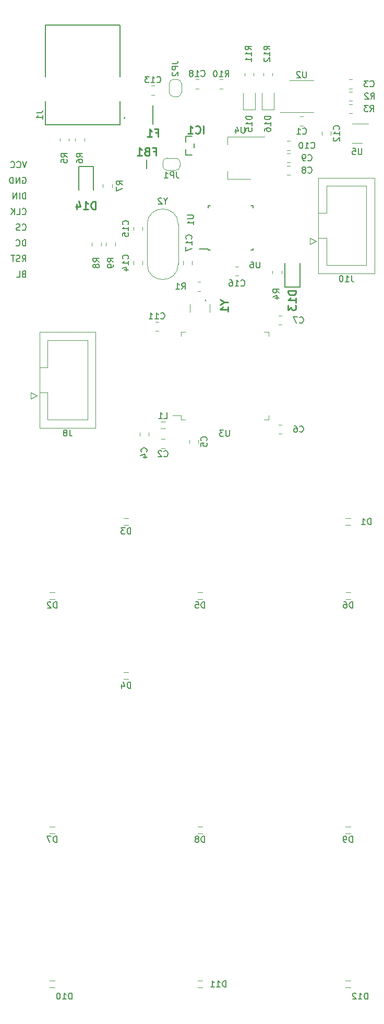
<source format=gbr>
%TF.GenerationSoftware,KiCad,Pcbnew,(6.0.8)*%
%TF.CreationDate,2022-11-03T00:29:39+01:00*%
%TF.ProjectId,crane,6372616e-652e-46b6-9963-61645f706362,rev?*%
%TF.SameCoordinates,Original*%
%TF.FileFunction,Legend,Bot*%
%TF.FilePolarity,Positive*%
%FSLAX46Y46*%
G04 Gerber Fmt 4.6, Leading zero omitted, Abs format (unit mm)*
G04 Created by KiCad (PCBNEW (6.0.8)) date 2022-11-03 00:29:39*
%MOMM*%
%LPD*%
G01*
G04 APERTURE LIST*
%ADD10C,0.150000*%
%ADD11C,0.254000*%
%ADD12C,0.200000*%
%ADD13C,0.120000*%
%ADD14C,0.152400*%
%ADD15C,0.100000*%
G04 APERTURE END LIST*
D10*
%TO.C,J1*%
X123452380Y-101666666D02*
X124166666Y-101666666D01*
X124309523Y-101619047D01*
X124404761Y-101523809D01*
X124452380Y-101380952D01*
X124452380Y-101285714D01*
X124452380Y-102666666D02*
X124452380Y-102095238D01*
X124452380Y-102380952D02*
X123452380Y-102380952D01*
X123595238Y-102285714D01*
X123690476Y-102190476D01*
X123738095Y-102095238D01*
%TO.C,U1*%
X147952380Y-118238095D02*
X148761904Y-118238095D01*
X148857142Y-118285714D01*
X148904761Y-118333333D01*
X148952380Y-118428571D01*
X148952380Y-118619047D01*
X148904761Y-118714285D01*
X148857142Y-118761904D01*
X148761904Y-118809523D01*
X147952380Y-118809523D01*
X148952380Y-119809523D02*
X148952380Y-119238095D01*
X148952380Y-119523809D02*
X147952380Y-119523809D01*
X148095238Y-119428571D01*
X148190476Y-119333333D01*
X148238095Y-119238095D01*
X121724404Y-123262380D02*
X121724404Y-122262380D01*
X121486309Y-122262380D01*
X121343452Y-122310000D01*
X121248214Y-122405238D01*
X121200595Y-122500476D01*
X121152976Y-122690952D01*
X121152976Y-122833809D01*
X121200595Y-123024285D01*
X121248214Y-123119523D01*
X121343452Y-123214761D01*
X121486309Y-123262380D01*
X121724404Y-123262380D01*
X120152976Y-123167142D02*
X120200595Y-123214761D01*
X120343452Y-123262380D01*
X120438690Y-123262380D01*
X120581547Y-123214761D01*
X120676785Y-123119523D01*
X120724404Y-123024285D01*
X120772023Y-122833809D01*
X120772023Y-122690952D01*
X120724404Y-122500476D01*
X120676785Y-122405238D01*
X120581547Y-122310000D01*
X120438690Y-122262380D01*
X120343452Y-122262380D01*
X120200595Y-122310000D01*
X120152976Y-122357619D01*
X121200595Y-112160000D02*
X121295833Y-112112380D01*
X121438690Y-112112380D01*
X121581547Y-112160000D01*
X121676785Y-112255238D01*
X121724404Y-112350476D01*
X121772023Y-112540952D01*
X121772023Y-112683809D01*
X121724404Y-112874285D01*
X121676785Y-112969523D01*
X121581547Y-113064761D01*
X121438690Y-113112380D01*
X121343452Y-113112380D01*
X121200595Y-113064761D01*
X121152976Y-113017142D01*
X121152976Y-112683809D01*
X121343452Y-112683809D01*
X120724404Y-113112380D02*
X120724404Y-112112380D01*
X120152976Y-113112380D01*
X120152976Y-112112380D01*
X119676785Y-113112380D02*
X119676785Y-112112380D01*
X119438690Y-112112380D01*
X119295833Y-112160000D01*
X119200595Y-112255238D01*
X119152976Y-112350476D01*
X119105357Y-112540952D01*
X119105357Y-112683809D01*
X119152976Y-112874285D01*
X119200595Y-112969523D01*
X119295833Y-113064761D01*
X119438690Y-113112380D01*
X119676785Y-113112380D01*
X121724404Y-115642380D02*
X121724404Y-114642380D01*
X121486309Y-114642380D01*
X121343452Y-114690000D01*
X121248214Y-114785238D01*
X121200595Y-114880476D01*
X121152976Y-115070952D01*
X121152976Y-115213809D01*
X121200595Y-115404285D01*
X121248214Y-115499523D01*
X121343452Y-115594761D01*
X121486309Y-115642380D01*
X121724404Y-115642380D01*
X120724404Y-115642380D02*
X120724404Y-114642380D01*
X120248214Y-115642380D02*
X120248214Y-114642380D01*
X119676785Y-115642380D01*
X119676785Y-114642380D01*
X121391071Y-127818571D02*
X121248214Y-127866190D01*
X121200595Y-127913809D01*
X121152976Y-128009047D01*
X121152976Y-128151904D01*
X121200595Y-128247142D01*
X121248214Y-128294761D01*
X121343452Y-128342380D01*
X121724404Y-128342380D01*
X121724404Y-127342380D01*
X121391071Y-127342380D01*
X121295833Y-127390000D01*
X121248214Y-127437619D01*
X121200595Y-127532857D01*
X121200595Y-127628095D01*
X121248214Y-127723333D01*
X121295833Y-127770952D01*
X121391071Y-127818571D01*
X121724404Y-127818571D01*
X120248214Y-128342380D02*
X120724404Y-128342380D01*
X120724404Y-127342380D01*
X121152976Y-118087142D02*
X121200595Y-118134761D01*
X121343452Y-118182380D01*
X121438690Y-118182380D01*
X121581547Y-118134761D01*
X121676785Y-118039523D01*
X121724404Y-117944285D01*
X121772023Y-117753809D01*
X121772023Y-117610952D01*
X121724404Y-117420476D01*
X121676785Y-117325238D01*
X121581547Y-117230000D01*
X121438690Y-117182380D01*
X121343452Y-117182380D01*
X121200595Y-117230000D01*
X121152976Y-117277619D01*
X120248214Y-118182380D02*
X120724404Y-118182380D01*
X120724404Y-117182380D01*
X119914880Y-118182380D02*
X119914880Y-117182380D01*
X119343452Y-118182380D02*
X119772023Y-117610952D01*
X119343452Y-117182380D02*
X119914880Y-117753809D01*
X121152976Y-120627142D02*
X121200595Y-120674761D01*
X121343452Y-120722380D01*
X121438690Y-120722380D01*
X121581547Y-120674761D01*
X121676785Y-120579523D01*
X121724404Y-120484285D01*
X121772023Y-120293809D01*
X121772023Y-120150952D01*
X121724404Y-119960476D01*
X121676785Y-119865238D01*
X121581547Y-119770000D01*
X121438690Y-119722380D01*
X121343452Y-119722380D01*
X121200595Y-119770000D01*
X121152976Y-119817619D01*
X120772023Y-120674761D02*
X120629166Y-120722380D01*
X120391071Y-120722380D01*
X120295833Y-120674761D01*
X120248214Y-120627142D01*
X120200595Y-120531904D01*
X120200595Y-120436666D01*
X120248214Y-120341428D01*
X120295833Y-120293809D01*
X120391071Y-120246190D01*
X120581547Y-120198571D01*
X120676785Y-120150952D01*
X120724404Y-120103333D01*
X120772023Y-120008095D01*
X120772023Y-119912857D01*
X120724404Y-119817619D01*
X120676785Y-119770000D01*
X120581547Y-119722380D01*
X120343452Y-119722380D01*
X120200595Y-119770000D01*
X121867261Y-109562380D02*
X121533928Y-110562380D01*
X121200595Y-109562380D01*
X120295833Y-110467142D02*
X120343452Y-110514761D01*
X120486309Y-110562380D01*
X120581547Y-110562380D01*
X120724404Y-110514761D01*
X120819642Y-110419523D01*
X120867261Y-110324285D01*
X120914880Y-110133809D01*
X120914880Y-109990952D01*
X120867261Y-109800476D01*
X120819642Y-109705238D01*
X120724404Y-109610000D01*
X120581547Y-109562380D01*
X120486309Y-109562380D01*
X120343452Y-109610000D01*
X120295833Y-109657619D01*
X119295833Y-110467142D02*
X119343452Y-110514761D01*
X119486309Y-110562380D01*
X119581547Y-110562380D01*
X119724404Y-110514761D01*
X119819642Y-110419523D01*
X119867261Y-110324285D01*
X119914880Y-110133809D01*
X119914880Y-109990952D01*
X119867261Y-109800476D01*
X119819642Y-109705238D01*
X119724404Y-109610000D01*
X119581547Y-109562380D01*
X119486309Y-109562380D01*
X119343452Y-109610000D01*
X119295833Y-109657619D01*
X121152976Y-125802380D02*
X121486309Y-125326190D01*
X121724404Y-125802380D02*
X121724404Y-124802380D01*
X121343452Y-124802380D01*
X121248214Y-124850000D01*
X121200595Y-124897619D01*
X121152976Y-124992857D01*
X121152976Y-125135714D01*
X121200595Y-125230952D01*
X121248214Y-125278571D01*
X121343452Y-125326190D01*
X121724404Y-125326190D01*
X120772023Y-125754761D02*
X120629166Y-125802380D01*
X120391071Y-125802380D01*
X120295833Y-125754761D01*
X120248214Y-125707142D01*
X120200595Y-125611904D01*
X120200595Y-125516666D01*
X120248214Y-125421428D01*
X120295833Y-125373809D01*
X120391071Y-125326190D01*
X120581547Y-125278571D01*
X120676785Y-125230952D01*
X120724404Y-125183333D01*
X120772023Y-125088095D01*
X120772023Y-124992857D01*
X120724404Y-124897619D01*
X120676785Y-124850000D01*
X120581547Y-124802380D01*
X120343452Y-124802380D01*
X120200595Y-124850000D01*
X119914880Y-124802380D02*
X119343452Y-124802380D01*
X119629166Y-125802380D02*
X119629166Y-124802380D01*
%TO.C,D7*%
X126738095Y-220002380D02*
X126738095Y-219002380D01*
X126500000Y-219002380D01*
X126357142Y-219050000D01*
X126261904Y-219145238D01*
X126214285Y-219240476D01*
X126166666Y-219430952D01*
X126166666Y-219573809D01*
X126214285Y-219764285D01*
X126261904Y-219859523D01*
X126357142Y-219954761D01*
X126500000Y-220002380D01*
X126738095Y-220002380D01*
X125833333Y-219002380D02*
X125166666Y-219002380D01*
X125595238Y-220002380D01*
%TO.C,C1*%
X166666666Y-105037142D02*
X166714285Y-105084761D01*
X166857142Y-105132380D01*
X166952380Y-105132380D01*
X167095238Y-105084761D01*
X167190476Y-104989523D01*
X167238095Y-104894285D01*
X167285714Y-104703809D01*
X167285714Y-104560952D01*
X167238095Y-104370476D01*
X167190476Y-104275238D01*
X167095238Y-104180000D01*
X166952380Y-104132380D01*
X166857142Y-104132380D01*
X166714285Y-104180000D01*
X166666666Y-104227619D01*
X165714285Y-105132380D02*
X166285714Y-105132380D01*
X166000000Y-105132380D02*
X166000000Y-104132380D01*
X166095238Y-104275238D01*
X166190476Y-104370476D01*
X166285714Y-104418095D01*
%TO.C,D3*%
X138738095Y-170002380D02*
X138738095Y-169002380D01*
X138500000Y-169002380D01*
X138357142Y-169050000D01*
X138261904Y-169145238D01*
X138214285Y-169240476D01*
X138166666Y-169430952D01*
X138166666Y-169573809D01*
X138214285Y-169764285D01*
X138261904Y-169859523D01*
X138357142Y-169954761D01*
X138500000Y-170002380D01*
X138738095Y-170002380D01*
X137833333Y-169002380D02*
X137214285Y-169002380D01*
X137547619Y-169383333D01*
X137404761Y-169383333D01*
X137309523Y-169430952D01*
X137261904Y-169478571D01*
X137214285Y-169573809D01*
X137214285Y-169811904D01*
X137261904Y-169907142D01*
X137309523Y-169954761D01*
X137404761Y-170002380D01*
X137690476Y-170002380D01*
X137785714Y-169954761D01*
X137833333Y-169907142D01*
%TO.C,C7*%
X166166666Y-135694642D02*
X166214285Y-135742261D01*
X166357142Y-135789880D01*
X166452380Y-135789880D01*
X166595238Y-135742261D01*
X166690476Y-135647023D01*
X166738095Y-135551785D01*
X166785714Y-135361309D01*
X166785714Y-135218452D01*
X166738095Y-135027976D01*
X166690476Y-134932738D01*
X166595238Y-134837500D01*
X166452380Y-134789880D01*
X166357142Y-134789880D01*
X166214285Y-134837500D01*
X166166666Y-134885119D01*
X165833333Y-134789880D02*
X165166666Y-134789880D01*
X165595238Y-135789880D01*
%TO.C,C9*%
X167529166Y-109357142D02*
X167576785Y-109404761D01*
X167719642Y-109452380D01*
X167814880Y-109452380D01*
X167957738Y-109404761D01*
X168052976Y-109309523D01*
X168100595Y-109214285D01*
X168148214Y-109023809D01*
X168148214Y-108880952D01*
X168100595Y-108690476D01*
X168052976Y-108595238D01*
X167957738Y-108500000D01*
X167814880Y-108452380D01*
X167719642Y-108452380D01*
X167576785Y-108500000D01*
X167529166Y-108547619D01*
X167052976Y-109452380D02*
X166862500Y-109452380D01*
X166767261Y-109404761D01*
X166719642Y-109357142D01*
X166624404Y-109214285D01*
X166576785Y-109023809D01*
X166576785Y-108642857D01*
X166624404Y-108547619D01*
X166672023Y-108500000D01*
X166767261Y-108452380D01*
X166957738Y-108452380D01*
X167052976Y-108500000D01*
X167100595Y-108547619D01*
X167148214Y-108642857D01*
X167148214Y-108880952D01*
X167100595Y-108976190D01*
X167052976Y-109023809D01*
X166957738Y-109071428D01*
X166767261Y-109071428D01*
X166672023Y-109023809D01*
X166624404Y-108976190D01*
X166576785Y-108880952D01*
D11*
%TO.C,FB1*%
X142420833Y-107909285D02*
X142844166Y-107909285D01*
X142844166Y-108574523D02*
X142844166Y-107304523D01*
X142239404Y-107304523D01*
X141332261Y-107909285D02*
X141150833Y-107969761D01*
X141090357Y-108030238D01*
X141029880Y-108151190D01*
X141029880Y-108332619D01*
X141090357Y-108453571D01*
X141150833Y-108514047D01*
X141271785Y-108574523D01*
X141755595Y-108574523D01*
X141755595Y-107304523D01*
X141332261Y-107304523D01*
X141211309Y-107365000D01*
X141150833Y-107425476D01*
X141090357Y-107546428D01*
X141090357Y-107667380D01*
X141150833Y-107788333D01*
X141211309Y-107848809D01*
X141332261Y-107909285D01*
X141755595Y-107909285D01*
X139820357Y-108574523D02*
X140546071Y-108574523D01*
X140183214Y-108574523D02*
X140183214Y-107304523D01*
X140304166Y-107485952D01*
X140425119Y-107606904D01*
X140546071Y-107667380D01*
D10*
%TO.C,D11*%
X154214285Y-243452380D02*
X154214285Y-242452380D01*
X153976190Y-242452380D01*
X153833333Y-242500000D01*
X153738095Y-242595238D01*
X153690476Y-242690476D01*
X153642857Y-242880952D01*
X153642857Y-243023809D01*
X153690476Y-243214285D01*
X153738095Y-243309523D01*
X153833333Y-243404761D01*
X153976190Y-243452380D01*
X154214285Y-243452380D01*
X152690476Y-243452380D02*
X153261904Y-243452380D01*
X152976190Y-243452380D02*
X152976190Y-242452380D01*
X153071428Y-242595238D01*
X153166666Y-242690476D01*
X153261904Y-242738095D01*
X151738095Y-243452380D02*
X152309523Y-243452380D01*
X152023809Y-243452380D02*
X152023809Y-242452380D01*
X152119047Y-242595238D01*
X152214285Y-242690476D01*
X152309523Y-242738095D01*
%TO.C,C10*%
X168005357Y-107357142D02*
X168052976Y-107404761D01*
X168195833Y-107452380D01*
X168291071Y-107452380D01*
X168433928Y-107404761D01*
X168529166Y-107309523D01*
X168576785Y-107214285D01*
X168624404Y-107023809D01*
X168624404Y-106880952D01*
X168576785Y-106690476D01*
X168529166Y-106595238D01*
X168433928Y-106500000D01*
X168291071Y-106452380D01*
X168195833Y-106452380D01*
X168052976Y-106500000D01*
X168005357Y-106547619D01*
X167052976Y-107452380D02*
X167624404Y-107452380D01*
X167338690Y-107452380D02*
X167338690Y-106452380D01*
X167433928Y-106595238D01*
X167529166Y-106690476D01*
X167624404Y-106738095D01*
X166433928Y-106452380D02*
X166338690Y-106452380D01*
X166243452Y-106500000D01*
X166195833Y-106547619D01*
X166148214Y-106642857D01*
X166100595Y-106833333D01*
X166100595Y-107071428D01*
X166148214Y-107261904D01*
X166195833Y-107357142D01*
X166243452Y-107404761D01*
X166338690Y-107452380D01*
X166433928Y-107452380D01*
X166529166Y-107404761D01*
X166576785Y-107357142D01*
X166624404Y-107261904D01*
X166672023Y-107071428D01*
X166672023Y-106833333D01*
X166624404Y-106642857D01*
X166576785Y-106547619D01*
X166529166Y-106500000D01*
X166433928Y-106452380D01*
%TO.C,R3*%
X177616666Y-101452380D02*
X177950000Y-100976190D01*
X178188095Y-101452380D02*
X178188095Y-100452380D01*
X177807142Y-100452380D01*
X177711904Y-100500000D01*
X177664285Y-100547619D01*
X177616666Y-100642857D01*
X177616666Y-100785714D01*
X177664285Y-100880952D01*
X177711904Y-100928571D01*
X177807142Y-100976190D01*
X178188095Y-100976190D01*
X177283333Y-100452380D02*
X176664285Y-100452380D01*
X176997619Y-100833333D01*
X176854761Y-100833333D01*
X176759523Y-100880952D01*
X176711904Y-100928571D01*
X176664285Y-101023809D01*
X176664285Y-101261904D01*
X176711904Y-101357142D01*
X176759523Y-101404761D01*
X176854761Y-101452380D01*
X177140476Y-101452380D01*
X177235714Y-101404761D01*
X177283333Y-101357142D01*
D11*
%TO.C,IC1*%
X150602261Y-105034523D02*
X150602261Y-103764523D01*
X149271785Y-104913571D02*
X149332261Y-104974047D01*
X149513690Y-105034523D01*
X149634642Y-105034523D01*
X149816071Y-104974047D01*
X149937023Y-104853095D01*
X149997500Y-104732142D01*
X150057976Y-104490238D01*
X150057976Y-104308809D01*
X149997500Y-104066904D01*
X149937023Y-103945952D01*
X149816071Y-103825000D01*
X149634642Y-103764523D01*
X149513690Y-103764523D01*
X149332261Y-103825000D01*
X149271785Y-103885476D01*
X148062261Y-105034523D02*
X148787976Y-105034523D01*
X148425119Y-105034523D02*
X148425119Y-103764523D01*
X148546071Y-103945952D01*
X148667023Y-104066904D01*
X148787976Y-104127380D01*
D10*
%TO.C,U4*%
X157261904Y-103952380D02*
X157261904Y-104761904D01*
X157214285Y-104857142D01*
X157166666Y-104904761D01*
X157071428Y-104952380D01*
X156880952Y-104952380D01*
X156785714Y-104904761D01*
X156738095Y-104857142D01*
X156690476Y-104761904D01*
X156690476Y-103952380D01*
X155785714Y-104285714D02*
X155785714Y-104952380D01*
X156023809Y-103904761D02*
X156261904Y-104619047D01*
X155642857Y-104619047D01*
%TO.C,U2*%
X167261904Y-94952380D02*
X167261904Y-95761904D01*
X167214285Y-95857142D01*
X167166666Y-95904761D01*
X167071428Y-95952380D01*
X166880952Y-95952380D01*
X166785714Y-95904761D01*
X166738095Y-95857142D01*
X166690476Y-95761904D01*
X166690476Y-94952380D01*
X166261904Y-95047619D02*
X166214285Y-95000000D01*
X166119047Y-94952380D01*
X165880952Y-94952380D01*
X165785714Y-95000000D01*
X165738095Y-95047619D01*
X165690476Y-95142857D01*
X165690476Y-95238095D01*
X165738095Y-95380952D01*
X166309523Y-95952380D01*
X165690476Y-95952380D01*
%TO.C,D4*%
X138738095Y-195002380D02*
X138738095Y-194002380D01*
X138500000Y-194002380D01*
X138357142Y-194050000D01*
X138261904Y-194145238D01*
X138214285Y-194240476D01*
X138166666Y-194430952D01*
X138166666Y-194573809D01*
X138214285Y-194764285D01*
X138261904Y-194859523D01*
X138357142Y-194954761D01*
X138500000Y-195002380D01*
X138738095Y-195002380D01*
X137309523Y-194335714D02*
X137309523Y-195002380D01*
X137547619Y-193954761D02*
X137785714Y-194669047D01*
X137166666Y-194669047D01*
D11*
%TO.C,Y1*%
X153969761Y-132407738D02*
X154574523Y-132407738D01*
X153304523Y-131984404D02*
X153969761Y-132407738D01*
X153304523Y-132831071D01*
X154574523Y-133919642D02*
X154574523Y-133193928D01*
X154574523Y-133556785D02*
X153304523Y-133556785D01*
X153485952Y-133435833D01*
X153606904Y-133314880D01*
X153667380Y-133193928D01*
D10*
%TO.C,C6*%
X166166666Y-153357142D02*
X166214285Y-153404761D01*
X166357142Y-153452380D01*
X166452380Y-153452380D01*
X166595238Y-153404761D01*
X166690476Y-153309523D01*
X166738095Y-153214285D01*
X166785714Y-153023809D01*
X166785714Y-152880952D01*
X166738095Y-152690476D01*
X166690476Y-152595238D01*
X166595238Y-152500000D01*
X166452380Y-152452380D01*
X166357142Y-152452380D01*
X166214285Y-152500000D01*
X166166666Y-152547619D01*
X165309523Y-152452380D02*
X165500000Y-152452380D01*
X165595238Y-152500000D01*
X165642857Y-152547619D01*
X165738095Y-152690476D01*
X165785714Y-152880952D01*
X165785714Y-153261904D01*
X165738095Y-153357142D01*
X165690476Y-153404761D01*
X165595238Y-153452380D01*
X165404761Y-153452380D01*
X165309523Y-153404761D01*
X165261904Y-153357142D01*
X165214285Y-153261904D01*
X165214285Y-153023809D01*
X165261904Y-152928571D01*
X165309523Y-152880952D01*
X165404761Y-152833333D01*
X165595238Y-152833333D01*
X165690476Y-152880952D01*
X165738095Y-152928571D01*
X165785714Y-153023809D01*
D11*
%TO.C,D14*%
X133042142Y-117324523D02*
X133042142Y-116054523D01*
X132739761Y-116054523D01*
X132558333Y-116115000D01*
X132437380Y-116235952D01*
X132376904Y-116356904D01*
X132316428Y-116598809D01*
X132316428Y-116780238D01*
X132376904Y-117022142D01*
X132437380Y-117143095D01*
X132558333Y-117264047D01*
X132739761Y-117324523D01*
X133042142Y-117324523D01*
X131106904Y-117324523D02*
X131832619Y-117324523D01*
X131469761Y-117324523D02*
X131469761Y-116054523D01*
X131590714Y-116235952D01*
X131711666Y-116356904D01*
X131832619Y-116417380D01*
X130018333Y-116477857D02*
X130018333Y-117324523D01*
X130320714Y-115994047D02*
X130623095Y-116901190D01*
X129836904Y-116901190D01*
D10*
%TO.C,D2*%
X126738095Y-182002380D02*
X126738095Y-181002380D01*
X126500000Y-181002380D01*
X126357142Y-181050000D01*
X126261904Y-181145238D01*
X126214285Y-181240476D01*
X126166666Y-181430952D01*
X126166666Y-181573809D01*
X126214285Y-181764285D01*
X126261904Y-181859523D01*
X126357142Y-181954761D01*
X126500000Y-182002380D01*
X126738095Y-182002380D01*
X125785714Y-181097619D02*
X125738095Y-181050000D01*
X125642857Y-181002380D01*
X125404761Y-181002380D01*
X125309523Y-181050000D01*
X125261904Y-181097619D01*
X125214285Y-181192857D01*
X125214285Y-181288095D01*
X125261904Y-181430952D01*
X125833333Y-182002380D01*
X125214285Y-182002380D01*
%TO.C,R12*%
X161352380Y-91434642D02*
X160876190Y-91101309D01*
X161352380Y-90863214D02*
X160352380Y-90863214D01*
X160352380Y-91244166D01*
X160400000Y-91339404D01*
X160447619Y-91387023D01*
X160542857Y-91434642D01*
X160685714Y-91434642D01*
X160780952Y-91387023D01*
X160828571Y-91339404D01*
X160876190Y-91244166D01*
X160876190Y-90863214D01*
X161352380Y-92387023D02*
X161352380Y-91815595D01*
X161352380Y-92101309D02*
X160352380Y-92101309D01*
X160495238Y-92006071D01*
X160590476Y-91910833D01*
X160638095Y-91815595D01*
X160447619Y-92767976D02*
X160400000Y-92815595D01*
X160352380Y-92910833D01*
X160352380Y-93148928D01*
X160400000Y-93244166D01*
X160447619Y-93291785D01*
X160542857Y-93339404D01*
X160638095Y-93339404D01*
X160780952Y-93291785D01*
X161352380Y-92720357D01*
X161352380Y-93339404D01*
%TO.C,D12*%
X177214285Y-245452380D02*
X177214285Y-244452380D01*
X176976190Y-244452380D01*
X176833333Y-244500000D01*
X176738095Y-244595238D01*
X176690476Y-244690476D01*
X176642857Y-244880952D01*
X176642857Y-245023809D01*
X176690476Y-245214285D01*
X176738095Y-245309523D01*
X176833333Y-245404761D01*
X176976190Y-245452380D01*
X177214285Y-245452380D01*
X175690476Y-245452380D02*
X176261904Y-245452380D01*
X175976190Y-245452380D02*
X175976190Y-244452380D01*
X176071428Y-244595238D01*
X176166666Y-244690476D01*
X176261904Y-244738095D01*
X175309523Y-244547619D02*
X175261904Y-244500000D01*
X175166666Y-244452380D01*
X174928571Y-244452380D01*
X174833333Y-244500000D01*
X174785714Y-244547619D01*
X174738095Y-244642857D01*
X174738095Y-244738095D01*
X174785714Y-244880952D01*
X175357142Y-245452380D01*
X174738095Y-245452380D01*
%TO.C,R1*%
X147029166Y-130289880D02*
X147362500Y-129813690D01*
X147600595Y-130289880D02*
X147600595Y-129289880D01*
X147219642Y-129289880D01*
X147124404Y-129337500D01*
X147076785Y-129385119D01*
X147029166Y-129480357D01*
X147029166Y-129623214D01*
X147076785Y-129718452D01*
X147124404Y-129766071D01*
X147219642Y-129813690D01*
X147600595Y-129813690D01*
X146076785Y-130289880D02*
X146648214Y-130289880D01*
X146362500Y-130289880D02*
X146362500Y-129289880D01*
X146457738Y-129432738D01*
X146552976Y-129527976D01*
X146648214Y-129575595D01*
%TO.C,R10*%
X154092857Y-95802380D02*
X154426190Y-95326190D01*
X154664285Y-95802380D02*
X154664285Y-94802380D01*
X154283333Y-94802380D01*
X154188095Y-94850000D01*
X154140476Y-94897619D01*
X154092857Y-94992857D01*
X154092857Y-95135714D01*
X154140476Y-95230952D01*
X154188095Y-95278571D01*
X154283333Y-95326190D01*
X154664285Y-95326190D01*
X153140476Y-95802380D02*
X153711904Y-95802380D01*
X153426190Y-95802380D02*
X153426190Y-94802380D01*
X153521428Y-94945238D01*
X153616666Y-95040476D01*
X153711904Y-95088095D01*
X152521428Y-94802380D02*
X152426190Y-94802380D01*
X152330952Y-94850000D01*
X152283333Y-94897619D01*
X152235714Y-94992857D01*
X152188095Y-95183333D01*
X152188095Y-95421428D01*
X152235714Y-95611904D01*
X152283333Y-95707142D01*
X152330952Y-95754761D01*
X152426190Y-95802380D01*
X152521428Y-95802380D01*
X152616666Y-95754761D01*
X152664285Y-95707142D01*
X152711904Y-95611904D01*
X152759523Y-95421428D01*
X152759523Y-95183333D01*
X152711904Y-94992857D01*
X152664285Y-94897619D01*
X152616666Y-94850000D01*
X152521428Y-94802380D01*
%TO.C,C14*%
X138307142Y-125357142D02*
X138354761Y-125309523D01*
X138402380Y-125166666D01*
X138402380Y-125071428D01*
X138354761Y-124928571D01*
X138259523Y-124833333D01*
X138164285Y-124785714D01*
X137973809Y-124738095D01*
X137830952Y-124738095D01*
X137640476Y-124785714D01*
X137545238Y-124833333D01*
X137450000Y-124928571D01*
X137402380Y-125071428D01*
X137402380Y-125166666D01*
X137450000Y-125309523D01*
X137497619Y-125357142D01*
X138402380Y-126309523D02*
X138402380Y-125738095D01*
X138402380Y-126023809D02*
X137402380Y-126023809D01*
X137545238Y-125928571D01*
X137640476Y-125833333D01*
X137688095Y-125738095D01*
X137735714Y-127166666D02*
X138402380Y-127166666D01*
X137354761Y-126928571D02*
X138069047Y-126690476D01*
X138069047Y-127309523D01*
%TO.C,R9*%
X135952380Y-125833333D02*
X135476190Y-125500000D01*
X135952380Y-125261904D02*
X134952380Y-125261904D01*
X134952380Y-125642857D01*
X135000000Y-125738095D01*
X135047619Y-125785714D01*
X135142857Y-125833333D01*
X135285714Y-125833333D01*
X135380952Y-125785714D01*
X135428571Y-125738095D01*
X135476190Y-125642857D01*
X135476190Y-125261904D01*
X135952380Y-126309523D02*
X135952380Y-126500000D01*
X135904761Y-126595238D01*
X135857142Y-126642857D01*
X135714285Y-126738095D01*
X135523809Y-126785714D01*
X135142857Y-126785714D01*
X135047619Y-126738095D01*
X135000000Y-126690476D01*
X134952380Y-126595238D01*
X134952380Y-126404761D01*
X135000000Y-126309523D01*
X135047619Y-126261904D01*
X135142857Y-126214285D01*
X135380952Y-126214285D01*
X135476190Y-126261904D01*
X135523809Y-126309523D01*
X135571428Y-126404761D01*
X135571428Y-126595238D01*
X135523809Y-126690476D01*
X135476190Y-126738095D01*
X135380952Y-126785714D01*
%TO.C,D5*%
X150738095Y-182002380D02*
X150738095Y-181002380D01*
X150500000Y-181002380D01*
X150357142Y-181050000D01*
X150261904Y-181145238D01*
X150214285Y-181240476D01*
X150166666Y-181430952D01*
X150166666Y-181573809D01*
X150214285Y-181764285D01*
X150261904Y-181859523D01*
X150357142Y-181954761D01*
X150500000Y-182002380D01*
X150738095Y-182002380D01*
X149261904Y-181002380D02*
X149738095Y-181002380D01*
X149785714Y-181478571D01*
X149738095Y-181430952D01*
X149642857Y-181383333D01*
X149404761Y-181383333D01*
X149309523Y-181430952D01*
X149261904Y-181478571D01*
X149214285Y-181573809D01*
X149214285Y-181811904D01*
X149261904Y-181907142D01*
X149309523Y-181954761D01*
X149404761Y-182002380D01*
X149642857Y-182002380D01*
X149738095Y-181954761D01*
X149785714Y-181907142D01*
%TO.C,U3*%
X154761904Y-153139880D02*
X154761904Y-153949404D01*
X154714285Y-154044642D01*
X154666666Y-154092261D01*
X154571428Y-154139880D01*
X154380952Y-154139880D01*
X154285714Y-154092261D01*
X154238095Y-154044642D01*
X154190476Y-153949404D01*
X154190476Y-153139880D01*
X153809523Y-153139880D02*
X153190476Y-153139880D01*
X153523809Y-153520833D01*
X153380952Y-153520833D01*
X153285714Y-153568452D01*
X153238095Y-153616071D01*
X153190476Y-153711309D01*
X153190476Y-153949404D01*
X153238095Y-154044642D01*
X153285714Y-154092261D01*
X153380952Y-154139880D01*
X153666666Y-154139880D01*
X153761904Y-154092261D01*
X153809523Y-154044642D01*
%TO.C,C5*%
X151037142Y-154833333D02*
X151084761Y-154785714D01*
X151132380Y-154642857D01*
X151132380Y-154547619D01*
X151084761Y-154404761D01*
X150989523Y-154309523D01*
X150894285Y-154261904D01*
X150703809Y-154214285D01*
X150560952Y-154214285D01*
X150370476Y-154261904D01*
X150275238Y-154309523D01*
X150180000Y-154404761D01*
X150132380Y-154547619D01*
X150132380Y-154642857D01*
X150180000Y-154785714D01*
X150227619Y-154833333D01*
X150132380Y-155738095D02*
X150132380Y-155261904D01*
X150608571Y-155214285D01*
X150560952Y-155261904D01*
X150513333Y-155357142D01*
X150513333Y-155595238D01*
X150560952Y-155690476D01*
X150608571Y-155738095D01*
X150703809Y-155785714D01*
X150941904Y-155785714D01*
X151037142Y-155738095D01*
X151084761Y-155690476D01*
X151132380Y-155595238D01*
X151132380Y-155357142D01*
X151084761Y-155261904D01*
X151037142Y-155214285D01*
%TO.C,R11*%
X158352380Y-91434642D02*
X157876190Y-91101309D01*
X158352380Y-90863214D02*
X157352380Y-90863214D01*
X157352380Y-91244166D01*
X157400000Y-91339404D01*
X157447619Y-91387023D01*
X157542857Y-91434642D01*
X157685714Y-91434642D01*
X157780952Y-91387023D01*
X157828571Y-91339404D01*
X157876190Y-91244166D01*
X157876190Y-90863214D01*
X158352380Y-92387023D02*
X158352380Y-91815595D01*
X158352380Y-92101309D02*
X157352380Y-92101309D01*
X157495238Y-92006071D01*
X157590476Y-91910833D01*
X157638095Y-91815595D01*
X158352380Y-93339404D02*
X158352380Y-92767976D01*
X158352380Y-93053690D02*
X157352380Y-93053690D01*
X157495238Y-92958452D01*
X157590476Y-92863214D01*
X157638095Y-92767976D01*
%TO.C,R2*%
X177704166Y-99452380D02*
X178037500Y-98976190D01*
X178275595Y-99452380D02*
X178275595Y-98452380D01*
X177894642Y-98452380D01*
X177799404Y-98500000D01*
X177751785Y-98547619D01*
X177704166Y-98642857D01*
X177704166Y-98785714D01*
X177751785Y-98880952D01*
X177799404Y-98928571D01*
X177894642Y-98976190D01*
X178275595Y-98976190D01*
X177323214Y-98547619D02*
X177275595Y-98500000D01*
X177180357Y-98452380D01*
X176942261Y-98452380D01*
X176847023Y-98500000D01*
X176799404Y-98547619D01*
X176751785Y-98642857D01*
X176751785Y-98738095D01*
X176799404Y-98880952D01*
X177370833Y-99452380D01*
X176751785Y-99452380D01*
%TO.C,R6*%
X130952380Y-108833333D02*
X130476190Y-108500000D01*
X130952380Y-108261904D02*
X129952380Y-108261904D01*
X129952380Y-108642857D01*
X130000000Y-108738095D01*
X130047619Y-108785714D01*
X130142857Y-108833333D01*
X130285714Y-108833333D01*
X130380952Y-108785714D01*
X130428571Y-108738095D01*
X130476190Y-108642857D01*
X130476190Y-108261904D01*
X129952380Y-109690476D02*
X129952380Y-109500000D01*
X130000000Y-109404761D01*
X130047619Y-109357142D01*
X130190476Y-109261904D01*
X130380952Y-109214285D01*
X130761904Y-109214285D01*
X130857142Y-109261904D01*
X130904761Y-109309523D01*
X130952380Y-109404761D01*
X130952380Y-109595238D01*
X130904761Y-109690476D01*
X130857142Y-109738095D01*
X130761904Y-109785714D01*
X130523809Y-109785714D01*
X130428571Y-109738095D01*
X130380952Y-109690476D01*
X130333333Y-109595238D01*
X130333333Y-109404761D01*
X130380952Y-109309523D01*
X130428571Y-109261904D01*
X130523809Y-109214285D01*
%TO.C,R8*%
X133652380Y-125833333D02*
X133176190Y-125500000D01*
X133652380Y-125261904D02*
X132652380Y-125261904D01*
X132652380Y-125642857D01*
X132700000Y-125738095D01*
X132747619Y-125785714D01*
X132842857Y-125833333D01*
X132985714Y-125833333D01*
X133080952Y-125785714D01*
X133128571Y-125738095D01*
X133176190Y-125642857D01*
X133176190Y-125261904D01*
X133080952Y-126404761D02*
X133033333Y-126309523D01*
X132985714Y-126261904D01*
X132890476Y-126214285D01*
X132842857Y-126214285D01*
X132747619Y-126261904D01*
X132700000Y-126309523D01*
X132652380Y-126404761D01*
X132652380Y-126595238D01*
X132700000Y-126690476D01*
X132747619Y-126738095D01*
X132842857Y-126785714D01*
X132890476Y-126785714D01*
X132985714Y-126738095D01*
X133033333Y-126690476D01*
X133080952Y-126595238D01*
X133080952Y-126404761D01*
X133128571Y-126309523D01*
X133176190Y-126261904D01*
X133271428Y-126214285D01*
X133461904Y-126214285D01*
X133557142Y-126261904D01*
X133604761Y-126309523D01*
X133652380Y-126404761D01*
X133652380Y-126595238D01*
X133604761Y-126690476D01*
X133557142Y-126738095D01*
X133461904Y-126785714D01*
X133271428Y-126785714D01*
X133176190Y-126738095D01*
X133128571Y-126690476D01*
X133080952Y-126595238D01*
%TO.C,D9*%
X174738095Y-220002380D02*
X174738095Y-219002380D01*
X174500000Y-219002380D01*
X174357142Y-219050000D01*
X174261904Y-219145238D01*
X174214285Y-219240476D01*
X174166666Y-219430952D01*
X174166666Y-219573809D01*
X174214285Y-219764285D01*
X174261904Y-219859523D01*
X174357142Y-219954761D01*
X174500000Y-220002380D01*
X174738095Y-220002380D01*
X173690476Y-220002380D02*
X173500000Y-220002380D01*
X173404761Y-219954761D01*
X173357142Y-219907142D01*
X173261904Y-219764285D01*
X173214285Y-219573809D01*
X173214285Y-219192857D01*
X173261904Y-219097619D01*
X173309523Y-219050000D01*
X173404761Y-219002380D01*
X173595238Y-219002380D01*
X173690476Y-219050000D01*
X173738095Y-219097619D01*
X173785714Y-219192857D01*
X173785714Y-219430952D01*
X173738095Y-219526190D01*
X173690476Y-219573809D01*
X173595238Y-219621428D01*
X173404761Y-219621428D01*
X173309523Y-219573809D01*
X173261904Y-219526190D01*
X173214285Y-219430952D01*
%TO.C,C15*%
X138307142Y-119807142D02*
X138354761Y-119759523D01*
X138402380Y-119616666D01*
X138402380Y-119521428D01*
X138354761Y-119378571D01*
X138259523Y-119283333D01*
X138164285Y-119235714D01*
X137973809Y-119188095D01*
X137830952Y-119188095D01*
X137640476Y-119235714D01*
X137545238Y-119283333D01*
X137450000Y-119378571D01*
X137402380Y-119521428D01*
X137402380Y-119616666D01*
X137450000Y-119759523D01*
X137497619Y-119807142D01*
X138402380Y-120759523D02*
X138402380Y-120188095D01*
X138402380Y-120473809D02*
X137402380Y-120473809D01*
X137545238Y-120378571D01*
X137640476Y-120283333D01*
X137688095Y-120188095D01*
X137402380Y-121664285D02*
X137402380Y-121188095D01*
X137878571Y-121140476D01*
X137830952Y-121188095D01*
X137783333Y-121283333D01*
X137783333Y-121521428D01*
X137830952Y-121616666D01*
X137878571Y-121664285D01*
X137973809Y-121711904D01*
X138211904Y-121711904D01*
X138307142Y-121664285D01*
X138354761Y-121616666D01*
X138402380Y-121521428D01*
X138402380Y-121283333D01*
X138354761Y-121188095D01*
X138307142Y-121140476D01*
%TO.C,R4*%
X162864880Y-130883333D02*
X162388690Y-130550000D01*
X162864880Y-130311904D02*
X161864880Y-130311904D01*
X161864880Y-130692857D01*
X161912500Y-130788095D01*
X161960119Y-130835714D01*
X162055357Y-130883333D01*
X162198214Y-130883333D01*
X162293452Y-130835714D01*
X162341071Y-130788095D01*
X162388690Y-130692857D01*
X162388690Y-130311904D01*
X162198214Y-131740476D02*
X162864880Y-131740476D01*
X161817261Y-131502380D02*
X162531547Y-131264285D01*
X162531547Y-131883333D01*
%TO.C,C12*%
X172537142Y-104357142D02*
X172584761Y-104309523D01*
X172632380Y-104166666D01*
X172632380Y-104071428D01*
X172584761Y-103928571D01*
X172489523Y-103833333D01*
X172394285Y-103785714D01*
X172203809Y-103738095D01*
X172060952Y-103738095D01*
X171870476Y-103785714D01*
X171775238Y-103833333D01*
X171680000Y-103928571D01*
X171632380Y-104071428D01*
X171632380Y-104166666D01*
X171680000Y-104309523D01*
X171727619Y-104357142D01*
X172632380Y-105309523D02*
X172632380Y-104738095D01*
X172632380Y-105023809D02*
X171632380Y-105023809D01*
X171775238Y-104928571D01*
X171870476Y-104833333D01*
X171918095Y-104738095D01*
X171727619Y-105690476D02*
X171680000Y-105738095D01*
X171632380Y-105833333D01*
X171632380Y-106071428D01*
X171680000Y-106166666D01*
X171727619Y-106214285D01*
X171822857Y-106261904D01*
X171918095Y-106261904D01*
X172060952Y-106214285D01*
X172632380Y-105642857D01*
X172632380Y-106261904D01*
%TO.C,U5*%
X176261904Y-107452380D02*
X176261904Y-108261904D01*
X176214285Y-108357142D01*
X176166666Y-108404761D01*
X176071428Y-108452380D01*
X175880952Y-108452380D01*
X175785714Y-108404761D01*
X175738095Y-108357142D01*
X175690476Y-108261904D01*
X175690476Y-107452380D01*
X174738095Y-107452380D02*
X175214285Y-107452380D01*
X175261904Y-107928571D01*
X175214285Y-107880952D01*
X175119047Y-107833333D01*
X174880952Y-107833333D01*
X174785714Y-107880952D01*
X174738095Y-107928571D01*
X174690476Y-108023809D01*
X174690476Y-108261904D01*
X174738095Y-108357142D01*
X174785714Y-108404761D01*
X174880952Y-108452380D01*
X175119047Y-108452380D01*
X175214285Y-108404761D01*
X175261904Y-108357142D01*
%TO.C,C13*%
X143005357Y-96677142D02*
X143052976Y-96724761D01*
X143195833Y-96772380D01*
X143291071Y-96772380D01*
X143433928Y-96724761D01*
X143529166Y-96629523D01*
X143576785Y-96534285D01*
X143624404Y-96343809D01*
X143624404Y-96200952D01*
X143576785Y-96010476D01*
X143529166Y-95915238D01*
X143433928Y-95820000D01*
X143291071Y-95772380D01*
X143195833Y-95772380D01*
X143052976Y-95820000D01*
X143005357Y-95867619D01*
X142052976Y-96772380D02*
X142624404Y-96772380D01*
X142338690Y-96772380D02*
X142338690Y-95772380D01*
X142433928Y-95915238D01*
X142529166Y-96010476D01*
X142624404Y-96058095D01*
X141719642Y-95772380D02*
X141100595Y-95772380D01*
X141433928Y-96153333D01*
X141291071Y-96153333D01*
X141195833Y-96200952D01*
X141148214Y-96248571D01*
X141100595Y-96343809D01*
X141100595Y-96581904D01*
X141148214Y-96677142D01*
X141195833Y-96724761D01*
X141291071Y-96772380D01*
X141576785Y-96772380D01*
X141672023Y-96724761D01*
X141719642Y-96677142D01*
%TO.C,D15*%
X158452380Y-102223214D02*
X157452380Y-102223214D01*
X157452380Y-102461309D01*
X157500000Y-102604166D01*
X157595238Y-102699404D01*
X157690476Y-102747023D01*
X157880952Y-102794642D01*
X158023809Y-102794642D01*
X158214285Y-102747023D01*
X158309523Y-102699404D01*
X158404761Y-102604166D01*
X158452380Y-102461309D01*
X158452380Y-102223214D01*
X158452380Y-103747023D02*
X158452380Y-103175595D01*
X158452380Y-103461309D02*
X157452380Y-103461309D01*
X157595238Y-103366071D01*
X157690476Y-103270833D01*
X157738095Y-103175595D01*
X157452380Y-104651785D02*
X157452380Y-104175595D01*
X157928571Y-104127976D01*
X157880952Y-104175595D01*
X157833333Y-104270833D01*
X157833333Y-104508928D01*
X157880952Y-104604166D01*
X157928571Y-104651785D01*
X158023809Y-104699404D01*
X158261904Y-104699404D01*
X158357142Y-104651785D01*
X158404761Y-104604166D01*
X158452380Y-104508928D01*
X158452380Y-104270833D01*
X158404761Y-104175595D01*
X158357142Y-104127976D01*
%TO.C,D10*%
X129214285Y-245452380D02*
X129214285Y-244452380D01*
X128976190Y-244452380D01*
X128833333Y-244500000D01*
X128738095Y-244595238D01*
X128690476Y-244690476D01*
X128642857Y-244880952D01*
X128642857Y-245023809D01*
X128690476Y-245214285D01*
X128738095Y-245309523D01*
X128833333Y-245404761D01*
X128976190Y-245452380D01*
X129214285Y-245452380D01*
X127690476Y-245452380D02*
X128261904Y-245452380D01*
X127976190Y-245452380D02*
X127976190Y-244452380D01*
X128071428Y-244595238D01*
X128166666Y-244690476D01*
X128261904Y-244738095D01*
X127071428Y-244452380D02*
X126976190Y-244452380D01*
X126880952Y-244500000D01*
X126833333Y-244547619D01*
X126785714Y-244642857D01*
X126738095Y-244833333D01*
X126738095Y-245071428D01*
X126785714Y-245261904D01*
X126833333Y-245357142D01*
X126880952Y-245404761D01*
X126976190Y-245452380D01*
X127071428Y-245452380D01*
X127166666Y-245404761D01*
X127214285Y-245357142D01*
X127261904Y-245261904D01*
X127309523Y-245071428D01*
X127309523Y-244833333D01*
X127261904Y-244642857D01*
X127214285Y-244547619D01*
X127166666Y-244500000D01*
X127071428Y-244452380D01*
%TO.C,C4*%
X141307142Y-156670833D02*
X141354761Y-156623214D01*
X141402380Y-156480357D01*
X141402380Y-156385119D01*
X141354761Y-156242261D01*
X141259523Y-156147023D01*
X141164285Y-156099404D01*
X140973809Y-156051785D01*
X140830952Y-156051785D01*
X140640476Y-156099404D01*
X140545238Y-156147023D01*
X140450000Y-156242261D01*
X140402380Y-156385119D01*
X140402380Y-156480357D01*
X140450000Y-156623214D01*
X140497619Y-156670833D01*
X140735714Y-157527976D02*
X141402380Y-157527976D01*
X140354761Y-157289880D02*
X141069047Y-157051785D01*
X141069047Y-157670833D01*
%TO.C,R5*%
X128452380Y-108833333D02*
X127976190Y-108500000D01*
X128452380Y-108261904D02*
X127452380Y-108261904D01*
X127452380Y-108642857D01*
X127500000Y-108738095D01*
X127547619Y-108785714D01*
X127642857Y-108833333D01*
X127785714Y-108833333D01*
X127880952Y-108785714D01*
X127928571Y-108738095D01*
X127976190Y-108642857D01*
X127976190Y-108261904D01*
X127452380Y-109738095D02*
X127452380Y-109261904D01*
X127928571Y-109214285D01*
X127880952Y-109261904D01*
X127833333Y-109357142D01*
X127833333Y-109595238D01*
X127880952Y-109690476D01*
X127928571Y-109738095D01*
X128023809Y-109785714D01*
X128261904Y-109785714D01*
X128357142Y-109738095D01*
X128404761Y-109690476D01*
X128452380Y-109595238D01*
X128452380Y-109357142D01*
X128404761Y-109261904D01*
X128357142Y-109214285D01*
D11*
%TO.C,D13*%
X165574523Y-130507857D02*
X164304523Y-130507857D01*
X164304523Y-130810238D01*
X164365000Y-130991666D01*
X164485952Y-131112619D01*
X164606904Y-131173095D01*
X164848809Y-131233571D01*
X165030238Y-131233571D01*
X165272142Y-131173095D01*
X165393095Y-131112619D01*
X165514047Y-130991666D01*
X165574523Y-130810238D01*
X165574523Y-130507857D01*
X165574523Y-132443095D02*
X165574523Y-131717380D01*
X165574523Y-132080238D02*
X164304523Y-132080238D01*
X164485952Y-131959285D01*
X164606904Y-131838333D01*
X164667380Y-131717380D01*
X164304523Y-132866428D02*
X164304523Y-133652619D01*
X164788333Y-133229285D01*
X164788333Y-133410714D01*
X164848809Y-133531666D01*
X164909285Y-133592142D01*
X165030238Y-133652619D01*
X165332619Y-133652619D01*
X165453571Y-133592142D01*
X165514047Y-133531666D01*
X165574523Y-133410714D01*
X165574523Y-133047857D01*
X165514047Y-132926904D01*
X165453571Y-132866428D01*
D10*
%TO.C,J8*%
X128850833Y-153097380D02*
X128850833Y-153811666D01*
X128898452Y-153954523D01*
X128993690Y-154049761D01*
X129136547Y-154097380D01*
X129231785Y-154097380D01*
X128231785Y-153525952D02*
X128327023Y-153478333D01*
X128374642Y-153430714D01*
X128422261Y-153335476D01*
X128422261Y-153287857D01*
X128374642Y-153192619D01*
X128327023Y-153145000D01*
X128231785Y-153097380D01*
X128041309Y-153097380D01*
X127946071Y-153145000D01*
X127898452Y-153192619D01*
X127850833Y-153287857D01*
X127850833Y-153335476D01*
X127898452Y-153430714D01*
X127946071Y-153478333D01*
X128041309Y-153525952D01*
X128231785Y-153525952D01*
X128327023Y-153573571D01*
X128374642Y-153621190D01*
X128422261Y-153716428D01*
X128422261Y-153906904D01*
X128374642Y-154002142D01*
X128327023Y-154049761D01*
X128231785Y-154097380D01*
X128041309Y-154097380D01*
X127946071Y-154049761D01*
X127898452Y-154002142D01*
X127850833Y-153906904D01*
X127850833Y-153716428D01*
X127898452Y-153621190D01*
X127946071Y-153573571D01*
X128041309Y-153525952D01*
%TO.C,C17*%
X148607142Y-122107142D02*
X148654761Y-122059523D01*
X148702380Y-121916666D01*
X148702380Y-121821428D01*
X148654761Y-121678571D01*
X148559523Y-121583333D01*
X148464285Y-121535714D01*
X148273809Y-121488095D01*
X148130952Y-121488095D01*
X147940476Y-121535714D01*
X147845238Y-121583333D01*
X147750000Y-121678571D01*
X147702380Y-121821428D01*
X147702380Y-121916666D01*
X147750000Y-122059523D01*
X147797619Y-122107142D01*
X148702380Y-123059523D02*
X148702380Y-122488095D01*
X148702380Y-122773809D02*
X147702380Y-122773809D01*
X147845238Y-122678571D01*
X147940476Y-122583333D01*
X147988095Y-122488095D01*
X147702380Y-123392857D02*
X147702380Y-124059523D01*
X148702380Y-123630952D01*
%TO.C,C2*%
X144166666Y-157374642D02*
X144214285Y-157422261D01*
X144357142Y-157469880D01*
X144452380Y-157469880D01*
X144595238Y-157422261D01*
X144690476Y-157327023D01*
X144738095Y-157231785D01*
X144785714Y-157041309D01*
X144785714Y-156898452D01*
X144738095Y-156707976D01*
X144690476Y-156612738D01*
X144595238Y-156517500D01*
X144452380Y-156469880D01*
X144357142Y-156469880D01*
X144214285Y-156517500D01*
X144166666Y-156565119D01*
X143785714Y-156565119D02*
X143738095Y-156517500D01*
X143642857Y-156469880D01*
X143404761Y-156469880D01*
X143309523Y-156517500D01*
X143261904Y-156565119D01*
X143214285Y-156660357D01*
X143214285Y-156755595D01*
X143261904Y-156898452D01*
X143833333Y-157469880D01*
X143214285Y-157469880D01*
%TO.C,L1*%
X144166666Y-151239880D02*
X144642857Y-151239880D01*
X144642857Y-150239880D01*
X143309523Y-151239880D02*
X143880952Y-151239880D01*
X143595238Y-151239880D02*
X143595238Y-150239880D01*
X143690476Y-150382738D01*
X143785714Y-150477976D01*
X143880952Y-150525595D01*
%TO.C,D1*%
X177738095Y-168452380D02*
X177738095Y-167452380D01*
X177500000Y-167452380D01*
X177357142Y-167500000D01*
X177261904Y-167595238D01*
X177214285Y-167690476D01*
X177166666Y-167880952D01*
X177166666Y-168023809D01*
X177214285Y-168214285D01*
X177261904Y-168309523D01*
X177357142Y-168404761D01*
X177500000Y-168452380D01*
X177738095Y-168452380D01*
X176214285Y-168452380D02*
X176785714Y-168452380D01*
X176500000Y-168452380D02*
X176500000Y-167452380D01*
X176595238Y-167595238D01*
X176690476Y-167690476D01*
X176785714Y-167738095D01*
%TO.C,D8*%
X150738095Y-220002380D02*
X150738095Y-219002380D01*
X150500000Y-219002380D01*
X150357142Y-219050000D01*
X150261904Y-219145238D01*
X150214285Y-219240476D01*
X150166666Y-219430952D01*
X150166666Y-219573809D01*
X150214285Y-219764285D01*
X150261904Y-219859523D01*
X150357142Y-219954761D01*
X150500000Y-220002380D01*
X150738095Y-220002380D01*
X149595238Y-219430952D02*
X149690476Y-219383333D01*
X149738095Y-219335714D01*
X149785714Y-219240476D01*
X149785714Y-219192857D01*
X149738095Y-219097619D01*
X149690476Y-219050000D01*
X149595238Y-219002380D01*
X149404761Y-219002380D01*
X149309523Y-219050000D01*
X149261904Y-219097619D01*
X149214285Y-219192857D01*
X149214285Y-219240476D01*
X149261904Y-219335714D01*
X149309523Y-219383333D01*
X149404761Y-219430952D01*
X149595238Y-219430952D01*
X149690476Y-219478571D01*
X149738095Y-219526190D01*
X149785714Y-219621428D01*
X149785714Y-219811904D01*
X149738095Y-219907142D01*
X149690476Y-219954761D01*
X149595238Y-220002380D01*
X149404761Y-220002380D01*
X149309523Y-219954761D01*
X149261904Y-219907142D01*
X149214285Y-219811904D01*
X149214285Y-219621428D01*
X149261904Y-219526190D01*
X149309523Y-219478571D01*
X149404761Y-219430952D01*
%TO.C,C18*%
X150180357Y-95677142D02*
X150227976Y-95724761D01*
X150370833Y-95772380D01*
X150466071Y-95772380D01*
X150608928Y-95724761D01*
X150704166Y-95629523D01*
X150751785Y-95534285D01*
X150799404Y-95343809D01*
X150799404Y-95200952D01*
X150751785Y-95010476D01*
X150704166Y-94915238D01*
X150608928Y-94820000D01*
X150466071Y-94772380D01*
X150370833Y-94772380D01*
X150227976Y-94820000D01*
X150180357Y-94867619D01*
X149227976Y-95772380D02*
X149799404Y-95772380D01*
X149513690Y-95772380D02*
X149513690Y-94772380D01*
X149608928Y-94915238D01*
X149704166Y-95010476D01*
X149799404Y-95058095D01*
X148656547Y-95200952D02*
X148751785Y-95153333D01*
X148799404Y-95105714D01*
X148847023Y-95010476D01*
X148847023Y-94962857D01*
X148799404Y-94867619D01*
X148751785Y-94820000D01*
X148656547Y-94772380D01*
X148466071Y-94772380D01*
X148370833Y-94820000D01*
X148323214Y-94867619D01*
X148275595Y-94962857D01*
X148275595Y-95010476D01*
X148323214Y-95105714D01*
X148370833Y-95153333D01*
X148466071Y-95200952D01*
X148656547Y-95200952D01*
X148751785Y-95248571D01*
X148799404Y-95296190D01*
X148847023Y-95391428D01*
X148847023Y-95581904D01*
X148799404Y-95677142D01*
X148751785Y-95724761D01*
X148656547Y-95772380D01*
X148466071Y-95772380D01*
X148370833Y-95724761D01*
X148323214Y-95677142D01*
X148275595Y-95581904D01*
X148275595Y-95391428D01*
X148323214Y-95296190D01*
X148370833Y-95248571D01*
X148466071Y-95200952D01*
%TO.C,C8*%
X167529166Y-111357142D02*
X167576785Y-111404761D01*
X167719642Y-111452380D01*
X167814880Y-111452380D01*
X167957738Y-111404761D01*
X168052976Y-111309523D01*
X168100595Y-111214285D01*
X168148214Y-111023809D01*
X168148214Y-110880952D01*
X168100595Y-110690476D01*
X168052976Y-110595238D01*
X167957738Y-110500000D01*
X167814880Y-110452380D01*
X167719642Y-110452380D01*
X167576785Y-110500000D01*
X167529166Y-110547619D01*
X166957738Y-110880952D02*
X167052976Y-110833333D01*
X167100595Y-110785714D01*
X167148214Y-110690476D01*
X167148214Y-110642857D01*
X167100595Y-110547619D01*
X167052976Y-110500000D01*
X166957738Y-110452380D01*
X166767261Y-110452380D01*
X166672023Y-110500000D01*
X166624404Y-110547619D01*
X166576785Y-110642857D01*
X166576785Y-110690476D01*
X166624404Y-110785714D01*
X166672023Y-110833333D01*
X166767261Y-110880952D01*
X166957738Y-110880952D01*
X167052976Y-110928571D01*
X167100595Y-110976190D01*
X167148214Y-111071428D01*
X167148214Y-111261904D01*
X167100595Y-111357142D01*
X167052976Y-111404761D01*
X166957738Y-111452380D01*
X166767261Y-111452380D01*
X166672023Y-111404761D01*
X166624404Y-111357142D01*
X166576785Y-111261904D01*
X166576785Y-111071428D01*
X166624404Y-110976190D01*
X166672023Y-110928571D01*
X166767261Y-110880952D01*
%TO.C,C3*%
X177616666Y-97357142D02*
X177664285Y-97404761D01*
X177807142Y-97452380D01*
X177902380Y-97452380D01*
X178045238Y-97404761D01*
X178140476Y-97309523D01*
X178188095Y-97214285D01*
X178235714Y-97023809D01*
X178235714Y-96880952D01*
X178188095Y-96690476D01*
X178140476Y-96595238D01*
X178045238Y-96500000D01*
X177902380Y-96452380D01*
X177807142Y-96452380D01*
X177664285Y-96500000D01*
X177616666Y-96547619D01*
X177283333Y-96452380D02*
X176664285Y-96452380D01*
X176997619Y-96833333D01*
X176854761Y-96833333D01*
X176759523Y-96880952D01*
X176711904Y-96928571D01*
X176664285Y-97023809D01*
X176664285Y-97261904D01*
X176711904Y-97357142D01*
X176759523Y-97404761D01*
X176854761Y-97452380D01*
X177140476Y-97452380D01*
X177235714Y-97404761D01*
X177283333Y-97357142D01*
%TO.C,R7*%
X137452380Y-113333333D02*
X136976190Y-113000000D01*
X137452380Y-112761904D02*
X136452380Y-112761904D01*
X136452380Y-113142857D01*
X136500000Y-113238095D01*
X136547619Y-113285714D01*
X136642857Y-113333333D01*
X136785714Y-113333333D01*
X136880952Y-113285714D01*
X136928571Y-113238095D01*
X136976190Y-113142857D01*
X136976190Y-112761904D01*
X136452380Y-113666666D02*
X136452380Y-114333333D01*
X137452380Y-113904761D01*
%TO.C,D16*%
X161452380Y-102223214D02*
X160452380Y-102223214D01*
X160452380Y-102461309D01*
X160500000Y-102604166D01*
X160595238Y-102699404D01*
X160690476Y-102747023D01*
X160880952Y-102794642D01*
X161023809Y-102794642D01*
X161214285Y-102747023D01*
X161309523Y-102699404D01*
X161404761Y-102604166D01*
X161452380Y-102461309D01*
X161452380Y-102223214D01*
X161452380Y-103747023D02*
X161452380Y-103175595D01*
X161452380Y-103461309D02*
X160452380Y-103461309D01*
X160595238Y-103366071D01*
X160690476Y-103270833D01*
X160738095Y-103175595D01*
X160452380Y-104604166D02*
X160452380Y-104413690D01*
X160500000Y-104318452D01*
X160547619Y-104270833D01*
X160690476Y-104175595D01*
X160880952Y-104127976D01*
X161261904Y-104127976D01*
X161357142Y-104175595D01*
X161404761Y-104223214D01*
X161452380Y-104318452D01*
X161452380Y-104508928D01*
X161404761Y-104604166D01*
X161357142Y-104651785D01*
X161261904Y-104699404D01*
X161023809Y-104699404D01*
X160928571Y-104651785D01*
X160880952Y-104604166D01*
X160833333Y-104508928D01*
X160833333Y-104318452D01*
X160880952Y-104223214D01*
X160928571Y-104175595D01*
X161023809Y-104127976D01*
%TO.C,JP2*%
X145452380Y-93666666D02*
X146166666Y-93666666D01*
X146309523Y-93619047D01*
X146404761Y-93523809D01*
X146452380Y-93380952D01*
X146452380Y-93285714D01*
X146452380Y-94142857D02*
X145452380Y-94142857D01*
X145452380Y-94523809D01*
X145500000Y-94619047D01*
X145547619Y-94666666D01*
X145642857Y-94714285D01*
X145785714Y-94714285D01*
X145880952Y-94666666D01*
X145928571Y-94619047D01*
X145976190Y-94523809D01*
X145976190Y-94142857D01*
X145547619Y-95095238D02*
X145500000Y-95142857D01*
X145452380Y-95238095D01*
X145452380Y-95476190D01*
X145500000Y-95571428D01*
X145547619Y-95619047D01*
X145642857Y-95666666D01*
X145738095Y-95666666D01*
X145880952Y-95619047D01*
X146452380Y-95047619D01*
X146452380Y-95666666D01*
%TO.C,Y2*%
X144426190Y-115976190D02*
X144426190Y-116452380D01*
X144759523Y-115452380D02*
X144426190Y-115976190D01*
X144092857Y-115452380D01*
X143807142Y-115547619D02*
X143759523Y-115500000D01*
X143664285Y-115452380D01*
X143426190Y-115452380D01*
X143330952Y-115500000D01*
X143283333Y-115547619D01*
X143235714Y-115642857D01*
X143235714Y-115738095D01*
X143283333Y-115880952D01*
X143854761Y-116452380D01*
X143235714Y-116452380D01*
D11*
%TO.C,F1*%
X142785833Y-104909285D02*
X143209166Y-104909285D01*
X143209166Y-105574523D02*
X143209166Y-104304523D01*
X142604404Y-104304523D01*
X141455357Y-105574523D02*
X142181071Y-105574523D01*
X141818214Y-105574523D02*
X141818214Y-104304523D01*
X141939166Y-104485952D01*
X142060119Y-104606904D01*
X142181071Y-104667380D01*
D10*
%TO.C,C11*%
X143642857Y-135014642D02*
X143690476Y-135062261D01*
X143833333Y-135109880D01*
X143928571Y-135109880D01*
X144071428Y-135062261D01*
X144166666Y-134967023D01*
X144214285Y-134871785D01*
X144261904Y-134681309D01*
X144261904Y-134538452D01*
X144214285Y-134347976D01*
X144166666Y-134252738D01*
X144071428Y-134157500D01*
X143928571Y-134109880D01*
X143833333Y-134109880D01*
X143690476Y-134157500D01*
X143642857Y-134205119D01*
X142690476Y-135109880D02*
X143261904Y-135109880D01*
X142976190Y-135109880D02*
X142976190Y-134109880D01*
X143071428Y-134252738D01*
X143166666Y-134347976D01*
X143261904Y-134395595D01*
X141738095Y-135109880D02*
X142309523Y-135109880D01*
X142023809Y-135109880D02*
X142023809Y-134109880D01*
X142119047Y-134252738D01*
X142214285Y-134347976D01*
X142309523Y-134395595D01*
%TO.C,J10*%
X174579523Y-128052380D02*
X174579523Y-128766666D01*
X174627142Y-128909523D01*
X174722380Y-129004761D01*
X174865238Y-129052380D01*
X174960476Y-129052380D01*
X173579523Y-129052380D02*
X174150952Y-129052380D01*
X173865238Y-129052380D02*
X173865238Y-128052380D01*
X173960476Y-128195238D01*
X174055714Y-128290476D01*
X174150952Y-128338095D01*
X172960476Y-128052380D02*
X172865238Y-128052380D01*
X172770000Y-128100000D01*
X172722380Y-128147619D01*
X172674761Y-128242857D01*
X172627142Y-128433333D01*
X172627142Y-128671428D01*
X172674761Y-128861904D01*
X172722380Y-128957142D01*
X172770000Y-129004761D01*
X172865238Y-129052380D01*
X172960476Y-129052380D01*
X173055714Y-129004761D01*
X173103333Y-128957142D01*
X173150952Y-128861904D01*
X173198571Y-128671428D01*
X173198571Y-128433333D01*
X173150952Y-128242857D01*
X173103333Y-128147619D01*
X173055714Y-128100000D01*
X172960476Y-128052380D01*
%TO.C,D6*%
X174800595Y-182002380D02*
X174800595Y-181002380D01*
X174562500Y-181002380D01*
X174419642Y-181050000D01*
X174324404Y-181145238D01*
X174276785Y-181240476D01*
X174229166Y-181430952D01*
X174229166Y-181573809D01*
X174276785Y-181764285D01*
X174324404Y-181859523D01*
X174419642Y-181954761D01*
X174562500Y-182002380D01*
X174800595Y-182002380D01*
X173372023Y-181002380D02*
X173562500Y-181002380D01*
X173657738Y-181050000D01*
X173705357Y-181097619D01*
X173800595Y-181240476D01*
X173848214Y-181430952D01*
X173848214Y-181811904D01*
X173800595Y-181907142D01*
X173752976Y-181954761D01*
X173657738Y-182002380D01*
X173467261Y-182002380D01*
X173372023Y-181954761D01*
X173324404Y-181907142D01*
X173276785Y-181811904D01*
X173276785Y-181573809D01*
X173324404Y-181478571D01*
X173372023Y-181430952D01*
X173467261Y-181383333D01*
X173657738Y-181383333D01*
X173752976Y-181430952D01*
X173800595Y-181478571D01*
X173848214Y-181573809D01*
%TO.C,JP1*%
X146195833Y-111252380D02*
X146195833Y-111966666D01*
X146243452Y-112109523D01*
X146338690Y-112204761D01*
X146481547Y-112252380D01*
X146576785Y-112252380D01*
X145719642Y-112252380D02*
X145719642Y-111252380D01*
X145338690Y-111252380D01*
X145243452Y-111300000D01*
X145195833Y-111347619D01*
X145148214Y-111442857D01*
X145148214Y-111585714D01*
X145195833Y-111680952D01*
X145243452Y-111728571D01*
X145338690Y-111776190D01*
X145719642Y-111776190D01*
X144195833Y-112252380D02*
X144767261Y-112252380D01*
X144481547Y-112252380D02*
X144481547Y-111252380D01*
X144576785Y-111395238D01*
X144672023Y-111490476D01*
X144767261Y-111538095D01*
%TO.C,C16*%
X156642857Y-129694642D02*
X156690476Y-129742261D01*
X156833333Y-129789880D01*
X156928571Y-129789880D01*
X157071428Y-129742261D01*
X157166666Y-129647023D01*
X157214285Y-129551785D01*
X157261904Y-129361309D01*
X157261904Y-129218452D01*
X157214285Y-129027976D01*
X157166666Y-128932738D01*
X157071428Y-128837500D01*
X156928571Y-128789880D01*
X156833333Y-128789880D01*
X156690476Y-128837500D01*
X156642857Y-128885119D01*
X155690476Y-129789880D02*
X156261904Y-129789880D01*
X155976190Y-129789880D02*
X155976190Y-128789880D01*
X156071428Y-128932738D01*
X156166666Y-129027976D01*
X156261904Y-129075595D01*
X154833333Y-128789880D02*
X155023809Y-128789880D01*
X155119047Y-128837500D01*
X155166666Y-128885119D01*
X155261904Y-129027976D01*
X155309523Y-129218452D01*
X155309523Y-129599404D01*
X155261904Y-129694642D01*
X155214285Y-129742261D01*
X155119047Y-129789880D01*
X154928571Y-129789880D01*
X154833333Y-129742261D01*
X154785714Y-129694642D01*
X154738095Y-129599404D01*
X154738095Y-129361309D01*
X154785714Y-129266071D01*
X154833333Y-129218452D01*
X154928571Y-129170833D01*
X155119047Y-129170833D01*
X155214285Y-129218452D01*
X155261904Y-129266071D01*
X155309523Y-129361309D01*
%TO.C,U6*%
X159711904Y-125839880D02*
X159711904Y-126649404D01*
X159664285Y-126744642D01*
X159616666Y-126792261D01*
X159521428Y-126839880D01*
X159330952Y-126839880D01*
X159235714Y-126792261D01*
X159188095Y-126744642D01*
X159140476Y-126649404D01*
X159140476Y-125839880D01*
X158235714Y-125839880D02*
X158426190Y-125839880D01*
X158521428Y-125887500D01*
X158569047Y-125935119D01*
X158664285Y-126077976D01*
X158711904Y-126268452D01*
X158711904Y-126649404D01*
X158664285Y-126744642D01*
X158616666Y-126792261D01*
X158521428Y-126839880D01*
X158330952Y-126839880D01*
X158235714Y-126792261D01*
X158188095Y-126744642D01*
X158140476Y-126649404D01*
X158140476Y-126411309D01*
X158188095Y-126316071D01*
X158235714Y-126268452D01*
X158330952Y-126220833D01*
X158521428Y-126220833D01*
X158616666Y-126268452D01*
X158664285Y-126316071D01*
X158711904Y-126411309D01*
D12*
%TO.C,J1*%
X124950000Y-103600000D02*
X137050000Y-103600000D01*
X137050000Y-103600000D02*
X137050000Y-99810000D01*
X137050000Y-95790000D02*
X137050000Y-87400000D01*
X137050000Y-87400000D02*
X124950000Y-87400000D01*
X124950000Y-87400000D02*
X124950000Y-95790000D01*
X124950000Y-99810000D02*
X124950000Y-103600000D01*
X137850000Y-102500000D02*
G75*
G03*
X137850000Y-102500000I-100000J0D01*
G01*
D13*
%TO.C,D7*%
X125600378Y-217440000D02*
X126399622Y-217440000D01*
X125600378Y-218560000D02*
X126399622Y-218560000D01*
%TO.C,C1*%
X166238748Y-103735000D02*
X166761252Y-103735000D01*
X166238748Y-102265000D02*
X166761252Y-102265000D01*
%TO.C,D3*%
X137600378Y-167440000D02*
X138399622Y-167440000D01*
X137600378Y-168560000D02*
X138399622Y-168560000D01*
%TO.C,C7*%
X163261252Y-134602500D02*
X162738748Y-134602500D01*
X163261252Y-136072500D02*
X162738748Y-136072500D01*
%TO.C,C9*%
X164623752Y-109735000D02*
X164101248Y-109735000D01*
X164623752Y-108265000D02*
X164101248Y-108265000D01*
D12*
%TO.C,FB1*%
X141362500Y-110700000D02*
X141362500Y-109300000D01*
D13*
%TO.C,D11*%
X149600378Y-243560000D02*
X150399622Y-243560000D01*
X149600378Y-242440000D02*
X150399622Y-242440000D01*
%TO.C,C10*%
X164623752Y-106265000D02*
X164101248Y-106265000D01*
X164623752Y-107735000D02*
X164101248Y-107735000D01*
%TO.C,R3*%
X174677064Y-101735000D02*
X174222936Y-101735000D01*
X174677064Y-100265000D02*
X174222936Y-100265000D01*
D14*
%TO.C,IC1*%
X149073700Y-106644400D02*
X149073700Y-107355600D01*
X148057700Y-105501400D02*
X148718100Y-105501400D01*
X147651300Y-108498600D02*
X147651300Y-107609600D01*
X147651300Y-106390400D02*
X147651300Y-105501400D01*
X147651300Y-105501400D02*
X148057700Y-105501400D01*
X148718100Y-108498600D02*
X147651300Y-108498600D01*
D13*
%TO.C,U4*%
X154452500Y-105590000D02*
X154452500Y-106850000D01*
X154452500Y-112410000D02*
X154452500Y-111150000D01*
X158212500Y-112410000D02*
X154452500Y-112410000D01*
X160462500Y-105590000D02*
X154452500Y-105590000D01*
%TO.C,U2*%
X166500000Y-101560000D02*
X163050000Y-101560000D01*
X166500000Y-101560000D02*
X168450000Y-101560000D01*
X166500000Y-96440000D02*
X168450000Y-96440000D01*
X166500000Y-96440000D02*
X164550000Y-96440000D01*
%TO.C,D4*%
X137600378Y-192440000D02*
X138399622Y-192440000D01*
X137600378Y-193560000D02*
X138399622Y-193560000D01*
D15*
%TO.C,Y1*%
X151550000Y-132737500D02*
X151550000Y-133987500D01*
D12*
X150900000Y-132137500D02*
X150900000Y-132137500D01*
D15*
X148350000Y-133987500D02*
X148350000Y-132737500D01*
D12*
X150900000Y-132137500D02*
X150900000Y-132137500D01*
X150900000Y-132037500D02*
X150900000Y-132037500D01*
D15*
X151550000Y-133987500D02*
X151550000Y-133987500D01*
X151550000Y-133987500D02*
X151550000Y-132737500D01*
X148350000Y-132737500D02*
X148350000Y-132737500D01*
X148350000Y-132737500D02*
X148350000Y-133987500D01*
X151550000Y-132737500D02*
X151550000Y-132737500D01*
X148350000Y-133987500D02*
X148350000Y-133987500D01*
D12*
X150900000Y-132037500D02*
G75*
G03*
X150900000Y-132137500I0J-50000D01*
G01*
X150900000Y-132037500D02*
G75*
G03*
X150900000Y-132137500I0J-50000D01*
G01*
X150900000Y-132137500D02*
G75*
G03*
X150900000Y-132037500I0J50000D01*
G01*
D13*
%TO.C,C6*%
X163261252Y-152265000D02*
X162738748Y-152265000D01*
X163261252Y-153735000D02*
X162738748Y-153735000D01*
D12*
%TO.C,D14*%
X130300000Y-110350000D02*
X132700000Y-110350000D01*
X132700000Y-110350000D02*
X132700000Y-114200000D01*
X130300000Y-114200000D02*
X130300000Y-110350000D01*
D13*
%TO.C,D2*%
X125600378Y-180560000D02*
X126399622Y-180560000D01*
X125600378Y-179440000D02*
X126399622Y-179440000D01*
%TO.C,R12*%
X161735000Y-95664564D02*
X161735000Y-95210436D01*
X160265000Y-95664564D02*
X160265000Y-95210436D01*
%TO.C,D12*%
X173600378Y-243560000D02*
X174399622Y-243560000D01*
X173600378Y-242440000D02*
X174399622Y-242440000D01*
%TO.C,R1*%
X149635436Y-130572500D02*
X150089564Y-130572500D01*
X149635436Y-129102500D02*
X150089564Y-129102500D01*
%TO.C,R10*%
X153677064Y-97735000D02*
X153222936Y-97735000D01*
X153677064Y-96265000D02*
X153222936Y-96265000D01*
%TO.C,C14*%
X139215000Y-126261252D02*
X139215000Y-125738748D01*
X140685000Y-126261252D02*
X140685000Y-125738748D01*
%TO.C,R9*%
X136235000Y-123227064D02*
X136235000Y-122772936D01*
X134765000Y-123227064D02*
X134765000Y-122772936D01*
%TO.C,D5*%
X149600378Y-180560000D02*
X150399622Y-180560000D01*
X149600378Y-179440000D02*
X150399622Y-179440000D01*
%TO.C,U3*%
X160410000Y-151447500D02*
X161110000Y-151447500D01*
X146890000Y-137227500D02*
X146890000Y-137927500D01*
X161110000Y-151447500D02*
X161110000Y-150747500D01*
X160410000Y-137227500D02*
X161110000Y-137227500D01*
X161110000Y-137227500D02*
X161110000Y-137927500D01*
X147590000Y-151447500D02*
X146890000Y-151447500D01*
X147590000Y-137227500D02*
X146890000Y-137227500D01*
X146890000Y-150747500D02*
X145600000Y-150747500D01*
X146890000Y-151447500D02*
X146890000Y-150747500D01*
%TO.C,C5*%
X149735000Y-155261252D02*
X149735000Y-154738748D01*
X148265000Y-155261252D02*
X148265000Y-154738748D01*
%TO.C,R11*%
X158735000Y-95664564D02*
X158735000Y-95210436D01*
X157265000Y-95664564D02*
X157265000Y-95210436D01*
%TO.C,R2*%
X174222936Y-98265000D02*
X174677064Y-98265000D01*
X174222936Y-99735000D02*
X174677064Y-99735000D01*
%TO.C,R6*%
X131235000Y-105772936D02*
X131235000Y-106227064D01*
X129765000Y-105772936D02*
X129765000Y-106227064D01*
%TO.C,R8*%
X133935000Y-123227064D02*
X133935000Y-122772936D01*
X132465000Y-123227064D02*
X132465000Y-122772936D01*
%TO.C,D9*%
X173600378Y-217440000D02*
X174399622Y-217440000D01*
X173600378Y-218560000D02*
X174399622Y-218560000D01*
%TO.C,C15*%
X140685000Y-120188748D02*
X140685000Y-120711252D01*
X139215000Y-120188748D02*
X139215000Y-120711252D01*
%TO.C,R4*%
X163235000Y-127272936D02*
X163235000Y-127727064D01*
X161765000Y-127272936D02*
X161765000Y-127727064D01*
%TO.C,C12*%
X169765000Y-105261252D02*
X169765000Y-104738748D01*
X171235000Y-105261252D02*
X171235000Y-104738748D01*
%TO.C,U5*%
X175500000Y-103440000D02*
X174700000Y-103440000D01*
X175500000Y-103440000D02*
X177300000Y-103440000D01*
X175500000Y-106560000D02*
X174700000Y-106560000D01*
X175500000Y-106560000D02*
X176300000Y-106560000D01*
%TO.C,C13*%
X142623752Y-98735000D02*
X142101248Y-98735000D01*
X142623752Y-97265000D02*
X142101248Y-97265000D01*
%TO.C,D15*%
X158960000Y-101122500D02*
X157040000Y-101122500D01*
X158960000Y-98437500D02*
X158960000Y-101122500D01*
X157040000Y-101122500D02*
X157040000Y-98437500D01*
%TO.C,D10*%
X125600378Y-242440000D02*
X126399622Y-242440000D01*
X125600378Y-243560000D02*
X126399622Y-243560000D01*
%TO.C,C4*%
X141685000Y-154098752D02*
X141685000Y-153576248D01*
X140215000Y-154098752D02*
X140215000Y-153576248D01*
%TO.C,R5*%
X127265000Y-105772936D02*
X127265000Y-106227064D01*
X128735000Y-105772936D02*
X128735000Y-106227064D01*
D12*
%TO.C,D13*%
X166200000Y-126050000D02*
X166200000Y-129900000D01*
X166200000Y-129900000D02*
X163800000Y-129900000D01*
X163800000Y-129900000D02*
X163800000Y-126050000D01*
D13*
%TO.C,J8*%
X123957500Y-147055000D02*
X125267500Y-147055000D01*
X123957500Y-152755000D02*
X133077500Y-152755000D01*
X123957500Y-137255000D02*
X123957500Y-152755000D01*
X131767500Y-138555000D02*
X125267500Y-138555000D01*
X125267500Y-138555000D02*
X125267500Y-142955000D01*
X125267500Y-151455000D02*
X131767500Y-151455000D01*
X133077500Y-137255000D02*
X123957500Y-137255000D01*
X133077500Y-152755000D02*
X133077500Y-137255000D01*
X125267500Y-147055000D02*
X125267500Y-151455000D01*
X122567500Y-147045000D02*
X123567500Y-147545000D01*
X125267500Y-142955000D02*
X123957500Y-142955000D01*
X131767500Y-151455000D02*
X131767500Y-138555000D01*
X122567500Y-148045000D02*
X122567500Y-147045000D01*
X123567500Y-147545000D02*
X122567500Y-148045000D01*
X125267500Y-142955000D02*
X125267500Y-142955000D01*
%TO.C,C17*%
X148735000Y-125738748D02*
X148735000Y-126261252D01*
X147265000Y-125738748D02*
X147265000Y-126261252D01*
%TO.C,C2*%
X143738748Y-154602500D02*
X144261252Y-154602500D01*
X143738748Y-156072500D02*
X144261252Y-156072500D01*
%TO.C,L1*%
X144399622Y-152897500D02*
X143600378Y-152897500D01*
X144399622Y-151777500D02*
X143600378Y-151777500D01*
%TO.C,D1*%
X173600378Y-168560000D02*
X174399622Y-168560000D01*
X173600378Y-167440000D02*
X174399622Y-167440000D01*
%TO.C,D8*%
X149600378Y-217440000D02*
X150399622Y-217440000D01*
X149600378Y-218560000D02*
X150399622Y-218560000D01*
%TO.C,C18*%
X149798752Y-97735000D02*
X149276248Y-97735000D01*
X149798752Y-96265000D02*
X149276248Y-96265000D01*
%TO.C,C8*%
X164623752Y-110265000D02*
X164101248Y-110265000D01*
X164623752Y-111735000D02*
X164101248Y-111735000D01*
%TO.C,C3*%
X174711252Y-96265000D02*
X174188748Y-96265000D01*
X174711252Y-97735000D02*
X174188748Y-97735000D01*
%TO.C,R7*%
X135735000Y-113727064D02*
X135735000Y-113272936D01*
X134265000Y-113727064D02*
X134265000Y-113272936D01*
%TO.C,D16*%
X161960000Y-98437500D02*
X161960000Y-101122500D01*
X160040000Y-101122500D02*
X160040000Y-98437500D01*
X161960000Y-101122500D02*
X160040000Y-101122500D01*
%TO.C,JP2*%
X146300000Y-96250000D02*
X145700000Y-96250000D01*
X145000000Y-96950000D02*
X145000000Y-98350000D01*
X145700000Y-99050000D02*
X146300000Y-99050000D01*
X147000000Y-98350000D02*
X147000000Y-96950000D01*
X146300000Y-99050000D02*
G75*
G03*
X147000000Y-98350000I0J700000D01*
G01*
X145700000Y-96250000D02*
G75*
G03*
X145000000Y-96950000I-1J-699999D01*
G01*
X145000000Y-98350000D02*
G75*
G03*
X145700000Y-99050000I700000J0D01*
G01*
X147000000Y-96950000D02*
G75*
G03*
X146300000Y-96250000I-699999J1D01*
G01*
%TO.C,Y2*%
X146475000Y-119790000D02*
X146475000Y-126190000D01*
X141425000Y-119790000D02*
X141425000Y-126190000D01*
X146475000Y-119790000D02*
G75*
G03*
X141425000Y-119790000I-2525000J0D01*
G01*
X141425000Y-126190000D02*
G75*
G03*
X146475000Y-126190000I2525000J0D01*
G01*
D12*
%TO.C,F1*%
X142362500Y-103520000D02*
X142362500Y-100480000D01*
D13*
%TO.C,C11*%
X143261252Y-135602500D02*
X142738748Y-135602500D01*
X143261252Y-137072500D02*
X142738748Y-137072500D01*
%TO.C,J10*%
X167820000Y-122000000D02*
X168820000Y-122500000D01*
X177020000Y-126410000D02*
X177020000Y-113510000D01*
X169210000Y-127710000D02*
X178330000Y-127710000D01*
X170520000Y-117910000D02*
X170520000Y-117910000D01*
X178330000Y-112210000D02*
X169210000Y-112210000D01*
X169210000Y-122010000D02*
X170520000Y-122010000D01*
X170520000Y-117910000D02*
X169210000Y-117910000D01*
X168820000Y-122500000D02*
X167820000Y-123000000D01*
X170520000Y-113510000D02*
X170520000Y-117910000D01*
X177020000Y-113510000D02*
X170520000Y-113510000D01*
X170520000Y-126410000D02*
X177020000Y-126410000D01*
X167820000Y-123000000D02*
X167820000Y-122000000D01*
X178330000Y-127710000D02*
X178330000Y-112210000D01*
X170520000Y-122010000D02*
X170520000Y-126410000D01*
X169210000Y-112210000D02*
X169210000Y-127710000D01*
%TO.C,D6*%
X173662878Y-180560000D02*
X174462122Y-180560000D01*
X173662878Y-179440000D02*
X174462122Y-179440000D01*
%TO.C,JP1*%
X146062500Y-109000000D02*
X144662500Y-109000000D01*
X143962500Y-109700000D02*
X143962500Y-110300000D01*
X144662500Y-111000000D02*
X146062500Y-111000000D01*
X146762500Y-110300000D02*
X146762500Y-109700000D01*
X146762500Y-109700000D02*
G75*
G03*
X146062500Y-109000000I-700000J0D01*
G01*
X143962500Y-110300000D02*
G75*
G03*
X144662500Y-111000000I699999J-1D01*
G01*
X146062500Y-111000000D02*
G75*
G03*
X146762500Y-110300000I0J700000D01*
G01*
X144662500Y-109000000D02*
G75*
G03*
X143962500Y-109700000I-1J-699999D01*
G01*
%TO.C,C16*%
X155738748Y-126602500D02*
X156261252Y-126602500D01*
X155738748Y-128072500D02*
X156261252Y-128072500D01*
D10*
%TO.C,U6*%
X158575000Y-116712500D02*
X158250000Y-116712500D01*
X151325000Y-123962500D02*
X151325000Y-123737500D01*
X151325000Y-123737500D02*
X149900000Y-123737500D01*
X158575000Y-123962500D02*
X158575000Y-123637500D01*
X158575000Y-116712500D02*
X158575000Y-117037500D01*
X151325000Y-116712500D02*
X151650000Y-116712500D01*
X151325000Y-123962500D02*
X151650000Y-123962500D01*
X158575000Y-123962500D02*
X158250000Y-123962500D01*
X151325000Y-116712500D02*
X151325000Y-117037500D01*
%TD*%
M02*

</source>
